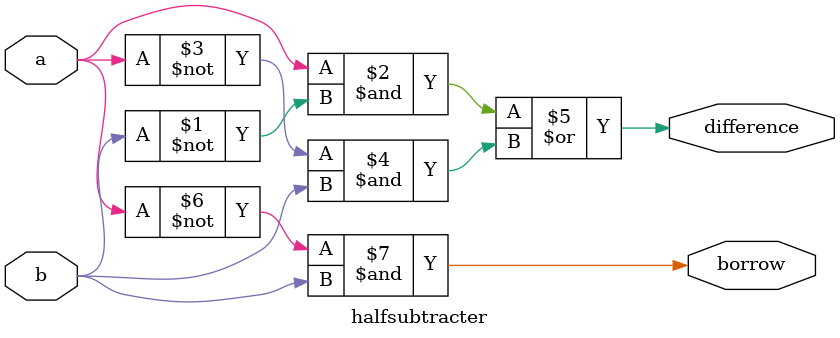
<source format=v>
`timescale 1ns / 1ps


module halfsubtracter(
input a, b,
   output difference ,borrow
    );
    assign difference= (a&(~b))|((~a)&b);
    assign borrow = ((~a)&b);
endmodule





</source>
